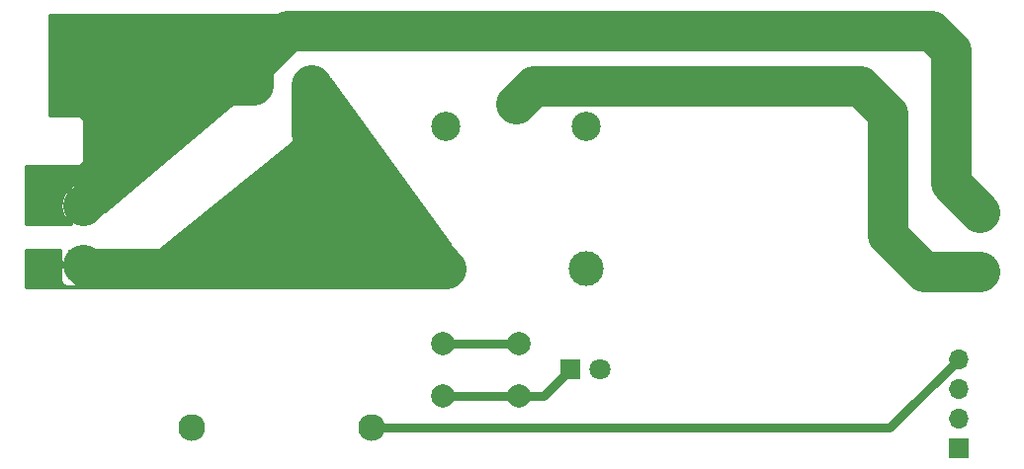
<source format=gbr>
G04 #@! TF.GenerationSoftware,KiCad,Pcbnew,5.1.5+dfsg1-2build2*
G04 #@! TF.CreationDate,2021-03-10T23:59:30+01:00*
G04 #@! TF.ProjectId,iotOnOff,696f744f-6e4f-4666-962e-6b696361645f,rev?*
G04 #@! TF.SameCoordinates,Original*
G04 #@! TF.FileFunction,Copper,L2,Bot*
G04 #@! TF.FilePolarity,Positive*
%FSLAX46Y46*%
G04 Gerber Fmt 4.6, Leading zero omitted, Abs format (unit mm)*
G04 Created by KiCad (PCBNEW 5.1.5+dfsg1-2build2) date 2021-03-10 23:59:30*
%MOMM*%
%LPD*%
G04 APERTURE LIST*
%ADD10R,2.600000X2.600000*%
%ADD11C,2.600000*%
%ADD12C,2.300000*%
%ADD13R,2.000000X2.300000*%
%ADD14C,1.800000*%
%ADD15R,1.800000X1.800000*%
%ADD16C,2.000000*%
%ADD17C,3.000000*%
%ADD18C,2.500000*%
%ADD19O,1.700000X1.700000*%
%ADD20R,1.700000X1.700000*%
%ADD21C,0.800000*%
%ADD22C,3.500000*%
%ADD23C,0.254000*%
G04 APERTURE END LIST*
D10*
X103595000Y-92200000D03*
D11*
X103595000Y-87120000D03*
D12*
X128300000Y-106225000D03*
D13*
X123100000Y-76825000D03*
D12*
X118100000Y-76825000D03*
X112900000Y-106225000D03*
D14*
X147840000Y-101250000D03*
D15*
X145300000Y-101250000D03*
D10*
X180400000Y-92800000D03*
D11*
X180400000Y-87720000D03*
D16*
X134400000Y-103500000D03*
X134400000Y-99000000D03*
X140900000Y-103500000D03*
X140900000Y-99000000D03*
D17*
X140700000Y-78400000D03*
D18*
X146650000Y-80350000D03*
D17*
X146700000Y-92600000D03*
X134650000Y-92550000D03*
D18*
X134650000Y-80350000D03*
D19*
X178562000Y-100330000D03*
X178562000Y-102870000D03*
X178562000Y-105410000D03*
D20*
X178562000Y-107950000D03*
D21*
X172667000Y-106225000D02*
X178562000Y-100330000D01*
X128300000Y-106225000D02*
X172667000Y-106225000D01*
X134400000Y-103500000D02*
X140900000Y-103500000D01*
X143050000Y-103500000D02*
X145300000Y-101250000D01*
X140900000Y-103500000D02*
X143050000Y-103500000D01*
D22*
X113890000Y-76825000D02*
X118100000Y-76825000D01*
X103595000Y-87120000D02*
X113890000Y-76825000D01*
X118100000Y-75198655D02*
X118100000Y-76825000D01*
X121098645Y-72200010D02*
X118100000Y-75198655D01*
X176200010Y-72200010D02*
X121098645Y-72200010D01*
X177899990Y-73899990D02*
X176200010Y-72200010D01*
X177899990Y-85219990D02*
X177899990Y-73899990D01*
X180400000Y-87720000D02*
X177899990Y-85219990D01*
X123100000Y-81000000D02*
X134650000Y-92550000D01*
X123100000Y-76825000D02*
X123100000Y-81000000D01*
X103945000Y-92550000D02*
X103595000Y-92200000D01*
X134650000Y-92550000D02*
X103945000Y-92550000D01*
X175600000Y-92800000D02*
X172466000Y-89666000D01*
X180400000Y-92800000D02*
X175600000Y-92800000D01*
X172466000Y-89666000D02*
X172466000Y-79248000D01*
X142199999Y-76900001D02*
X140700000Y-78400000D01*
X170118001Y-76900001D02*
X142199999Y-76900001D01*
X172466000Y-79248000D02*
X170118001Y-76900001D01*
D21*
X134400000Y-99000000D02*
X140900000Y-99000000D01*
D23*
G36*
X121674502Y-73939786D02*
G01*
X119461137Y-75810606D01*
X119342349Y-75762256D01*
X118381166Y-76723439D01*
X118061090Y-76993980D01*
X117906253Y-76839143D01*
X117920395Y-76825000D01*
X116857651Y-75762256D01*
X116577910Y-75876118D01*
X116422039Y-76191296D01*
X116330651Y-76530826D01*
X116307259Y-76881661D01*
X116352760Y-77230319D01*
X116465406Y-77563400D01*
X116577910Y-77773882D01*
X116857649Y-77887743D01*
X116742338Y-78003054D01*
X116799558Y-78060274D01*
X105456724Y-87647670D01*
X105511250Y-87449443D01*
X105538701Y-87069271D01*
X105491457Y-86691049D01*
X105371333Y-86329310D01*
X105239312Y-86082317D01*
X104944224Y-85950381D01*
X103774605Y-87120000D01*
X103788748Y-87134143D01*
X103609143Y-87313748D01*
X103595000Y-87299605D01*
X102425381Y-88469224D01*
X102557317Y-88764312D01*
X102574644Y-88773000D01*
X98685000Y-88773000D01*
X98685000Y-87170729D01*
X101651299Y-87170729D01*
X101698543Y-87548951D01*
X101818667Y-87910690D01*
X101950688Y-88157683D01*
X102245776Y-88289619D01*
X103415395Y-87120000D01*
X102245776Y-85950381D01*
X101950688Y-86082317D01*
X101779841Y-86423045D01*
X101678750Y-86790557D01*
X101651299Y-87170729D01*
X98685000Y-87170729D01*
X98685000Y-85770776D01*
X102425381Y-85770776D01*
X103595000Y-86940395D01*
X104764619Y-85770776D01*
X104632683Y-85475688D01*
X104291955Y-85304841D01*
X103924443Y-85203750D01*
X103544271Y-85176299D01*
X103166049Y-85223543D01*
X102804310Y-85343667D01*
X102557317Y-85475688D01*
X102425381Y-85770776D01*
X98685000Y-85770776D01*
X98685000Y-83785000D01*
X102966353Y-83785000D01*
X103000000Y-83788314D01*
X103033647Y-83785000D01*
X103134283Y-83775088D01*
X103263406Y-83735919D01*
X103382407Y-83672312D01*
X103486711Y-83586711D01*
X103572312Y-83482407D01*
X103635919Y-83363406D01*
X103675088Y-83234283D01*
X103688314Y-83100000D01*
X103685000Y-83066353D01*
X103685000Y-80133646D01*
X103688314Y-80100000D01*
X103675088Y-79965717D01*
X103635919Y-79836594D01*
X103572312Y-79717593D01*
X103486711Y-79613289D01*
X103382407Y-79527688D01*
X103263406Y-79464081D01*
X103134283Y-79424912D01*
X103033647Y-79415000D01*
X103000000Y-79411686D01*
X102966353Y-79415000D01*
X100685000Y-79415000D01*
X100685000Y-75582651D01*
X117037256Y-75582651D01*
X118100000Y-76645395D01*
X119162744Y-75582651D01*
X119048882Y-75302910D01*
X118733704Y-75147039D01*
X118394174Y-75055651D01*
X118043339Y-75032259D01*
X117694681Y-75077760D01*
X117361600Y-75190406D01*
X117151118Y-75302910D01*
X117037256Y-75582651D01*
X100685000Y-75582651D01*
X100685000Y-70785000D01*
X121755394Y-70785000D01*
X121674502Y-73939786D01*
G37*
X121674502Y-73939786D02*
X119461137Y-75810606D01*
X119342349Y-75762256D01*
X118381166Y-76723439D01*
X118061090Y-76993980D01*
X117906253Y-76839143D01*
X117920395Y-76825000D01*
X116857651Y-75762256D01*
X116577910Y-75876118D01*
X116422039Y-76191296D01*
X116330651Y-76530826D01*
X116307259Y-76881661D01*
X116352760Y-77230319D01*
X116465406Y-77563400D01*
X116577910Y-77773882D01*
X116857649Y-77887743D01*
X116742338Y-78003054D01*
X116799558Y-78060274D01*
X105456724Y-87647670D01*
X105511250Y-87449443D01*
X105538701Y-87069271D01*
X105491457Y-86691049D01*
X105371333Y-86329310D01*
X105239312Y-86082317D01*
X104944224Y-85950381D01*
X103774605Y-87120000D01*
X103788748Y-87134143D01*
X103609143Y-87313748D01*
X103595000Y-87299605D01*
X102425381Y-88469224D01*
X102557317Y-88764312D01*
X102574644Y-88773000D01*
X98685000Y-88773000D01*
X98685000Y-87170729D01*
X101651299Y-87170729D01*
X101698543Y-87548951D01*
X101818667Y-87910690D01*
X101950688Y-88157683D01*
X102245776Y-88289619D01*
X103415395Y-87120000D01*
X102245776Y-85950381D01*
X101950688Y-86082317D01*
X101779841Y-86423045D01*
X101678750Y-86790557D01*
X101651299Y-87170729D01*
X98685000Y-87170729D01*
X98685000Y-85770776D01*
X102425381Y-85770776D01*
X103595000Y-86940395D01*
X104764619Y-85770776D01*
X104632683Y-85475688D01*
X104291955Y-85304841D01*
X103924443Y-85203750D01*
X103544271Y-85176299D01*
X103166049Y-85223543D01*
X102804310Y-85343667D01*
X102557317Y-85475688D01*
X102425381Y-85770776D01*
X98685000Y-85770776D01*
X98685000Y-83785000D01*
X102966353Y-83785000D01*
X103000000Y-83788314D01*
X103033647Y-83785000D01*
X103134283Y-83775088D01*
X103263406Y-83735919D01*
X103382407Y-83672312D01*
X103486711Y-83586711D01*
X103572312Y-83482407D01*
X103635919Y-83363406D01*
X103675088Y-83234283D01*
X103688314Y-83100000D01*
X103685000Y-83066353D01*
X103685000Y-80133646D01*
X103688314Y-80100000D01*
X103675088Y-79965717D01*
X103635919Y-79836594D01*
X103572312Y-79717593D01*
X103486711Y-79613289D01*
X103382407Y-79527688D01*
X103263406Y-79464081D01*
X103134283Y-79424912D01*
X103033647Y-79415000D01*
X103000000Y-79411686D01*
X102966353Y-79415000D01*
X100685000Y-79415000D01*
X100685000Y-75582651D01*
X117037256Y-75582651D01*
X118100000Y-76645395D01*
X119162744Y-75582651D01*
X119048882Y-75302910D01*
X118733704Y-75147039D01*
X118394174Y-75055651D01*
X118043339Y-75032259D01*
X117694681Y-75077760D01*
X117361600Y-75190406D01*
X117151118Y-75302910D01*
X117037256Y-75582651D01*
X100685000Y-75582651D01*
X100685000Y-70785000D01*
X121755394Y-70785000D01*
X121674502Y-73939786D01*
G36*
X135006099Y-90436361D02*
G01*
X134607176Y-90405098D01*
X134189549Y-90454666D01*
X133789617Y-90584757D01*
X133493962Y-90742786D01*
X133337952Y-91058347D01*
X134650000Y-92370395D01*
X134664143Y-92356253D01*
X134843748Y-92535858D01*
X134829605Y-92550000D01*
X134843748Y-92564143D01*
X134664143Y-92743748D01*
X134650000Y-92729605D01*
X133337952Y-94041653D01*
X133355646Y-94077443D01*
X98685000Y-94171148D01*
X98685000Y-93500000D01*
X101656928Y-93500000D01*
X101669188Y-93624482D01*
X101705498Y-93744180D01*
X101764463Y-93854494D01*
X101843815Y-93951185D01*
X101940506Y-94030537D01*
X102050820Y-94089502D01*
X102170518Y-94125812D01*
X102295000Y-94138072D01*
X103309250Y-94135000D01*
X103468000Y-93976250D01*
X103468000Y-92327000D01*
X103722000Y-92327000D01*
X103722000Y-93976250D01*
X103880750Y-94135000D01*
X104895000Y-94138072D01*
X105019482Y-94125812D01*
X105139180Y-94089502D01*
X105249494Y-94030537D01*
X105346185Y-93951185D01*
X105425537Y-93854494D01*
X105484502Y-93744180D01*
X105520812Y-93624482D01*
X105533072Y-93500000D01*
X105530325Y-92592824D01*
X132505098Y-92592824D01*
X132554666Y-93010451D01*
X132684757Y-93410383D01*
X132842786Y-93706038D01*
X133158347Y-93862048D01*
X134470395Y-92550000D01*
X133158347Y-91237952D01*
X132842786Y-91393962D01*
X132651980Y-91768745D01*
X132537956Y-92173551D01*
X132505098Y-92592824D01*
X105530325Y-92592824D01*
X105530000Y-92485750D01*
X105371250Y-92327000D01*
X103722000Y-92327000D01*
X103468000Y-92327000D01*
X101818750Y-92327000D01*
X101660000Y-92485750D01*
X101656928Y-93500000D01*
X98685000Y-93500000D01*
X98685000Y-90927000D01*
X101657010Y-90927000D01*
X101660000Y-91914250D01*
X101818750Y-92073000D01*
X103468000Y-92073000D01*
X103468000Y-92053000D01*
X103722000Y-92053000D01*
X103722000Y-92073000D01*
X105371250Y-92073000D01*
X105530000Y-91914250D01*
X105532990Y-90927000D01*
X105998426Y-90927000D01*
X109996826Y-91026960D01*
X110021656Y-91025140D01*
X110045653Y-91018511D01*
X110067896Y-91007327D01*
X110079758Y-90998831D01*
X121479758Y-81798831D01*
X121497507Y-81781372D01*
X121511198Y-81761351D01*
X123298186Y-78522436D01*
X123385750Y-78610000D01*
X124100000Y-78613072D01*
X124224482Y-78600812D01*
X124344180Y-78564502D01*
X124454494Y-78505537D01*
X124551185Y-78426185D01*
X124630537Y-78329494D01*
X124689502Y-78219180D01*
X124725812Y-78099482D01*
X124738072Y-77975000D01*
X124735000Y-77110750D01*
X124576250Y-76952000D01*
X124164633Y-76952000D01*
X124304771Y-76698000D01*
X124576250Y-76698000D01*
X124735000Y-76539250D01*
X124735840Y-76302976D01*
X135006099Y-90436361D01*
G37*
X135006099Y-90436361D02*
X134607176Y-90405098D01*
X134189549Y-90454666D01*
X133789617Y-90584757D01*
X133493962Y-90742786D01*
X133337952Y-91058347D01*
X134650000Y-92370395D01*
X134664143Y-92356253D01*
X134843748Y-92535858D01*
X134829605Y-92550000D01*
X134843748Y-92564143D01*
X134664143Y-92743748D01*
X134650000Y-92729605D01*
X133337952Y-94041653D01*
X133355646Y-94077443D01*
X98685000Y-94171148D01*
X98685000Y-93500000D01*
X101656928Y-93500000D01*
X101669188Y-93624482D01*
X101705498Y-93744180D01*
X101764463Y-93854494D01*
X101843815Y-93951185D01*
X101940506Y-94030537D01*
X102050820Y-94089502D01*
X102170518Y-94125812D01*
X102295000Y-94138072D01*
X103309250Y-94135000D01*
X103468000Y-93976250D01*
X103468000Y-92327000D01*
X103722000Y-92327000D01*
X103722000Y-93976250D01*
X103880750Y-94135000D01*
X104895000Y-94138072D01*
X105019482Y-94125812D01*
X105139180Y-94089502D01*
X105249494Y-94030537D01*
X105346185Y-93951185D01*
X105425537Y-93854494D01*
X105484502Y-93744180D01*
X105520812Y-93624482D01*
X105533072Y-93500000D01*
X105530325Y-92592824D01*
X132505098Y-92592824D01*
X132554666Y-93010451D01*
X132684757Y-93410383D01*
X132842786Y-93706038D01*
X133158347Y-93862048D01*
X134470395Y-92550000D01*
X133158347Y-91237952D01*
X132842786Y-91393962D01*
X132651980Y-91768745D01*
X132537956Y-92173551D01*
X132505098Y-92592824D01*
X105530325Y-92592824D01*
X105530000Y-92485750D01*
X105371250Y-92327000D01*
X103722000Y-92327000D01*
X103468000Y-92327000D01*
X101818750Y-92327000D01*
X101660000Y-92485750D01*
X101656928Y-93500000D01*
X98685000Y-93500000D01*
X98685000Y-90927000D01*
X101657010Y-90927000D01*
X101660000Y-91914250D01*
X101818750Y-92073000D01*
X103468000Y-92073000D01*
X103468000Y-92053000D01*
X103722000Y-92053000D01*
X103722000Y-92073000D01*
X105371250Y-92073000D01*
X105530000Y-91914250D01*
X105532990Y-90927000D01*
X105998426Y-90927000D01*
X109996826Y-91026960D01*
X110021656Y-91025140D01*
X110045653Y-91018511D01*
X110067896Y-91007327D01*
X110079758Y-90998831D01*
X121479758Y-81798831D01*
X121497507Y-81781372D01*
X121511198Y-81761351D01*
X123298186Y-78522436D01*
X123385750Y-78610000D01*
X124100000Y-78613072D01*
X124224482Y-78600812D01*
X124344180Y-78564502D01*
X124454494Y-78505537D01*
X124551185Y-78426185D01*
X124630537Y-78329494D01*
X124689502Y-78219180D01*
X124725812Y-78099482D01*
X124738072Y-77975000D01*
X124735000Y-77110750D01*
X124576250Y-76952000D01*
X124164633Y-76952000D01*
X124304771Y-76698000D01*
X124576250Y-76698000D01*
X124735000Y-76539250D01*
X124735840Y-76302976D01*
X135006099Y-90436361D01*
M02*

</source>
